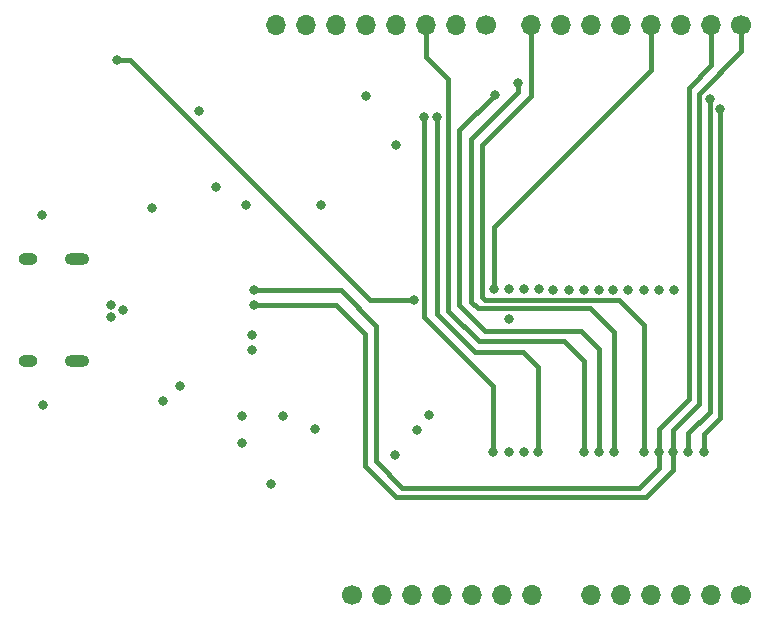
<source format=gbr>
%TF.GenerationSoftware,KiCad,Pcbnew,8.0.5*%
%TF.CreationDate,2024-12-12T18:20:32+01:00*%
%TF.ProjectId,Arduino_ESP,41726475-696e-46f5-9f45-53502e6b6963,rev?*%
%TF.SameCoordinates,Original*%
%TF.FileFunction,Copper,L2,Inr*%
%TF.FilePolarity,Positive*%
%FSLAX46Y46*%
G04 Gerber Fmt 4.6, Leading zero omitted, Abs format (unit mm)*
G04 Created by KiCad (PCBNEW 8.0.5) date 2024-12-12 18:20:32*
%MOMM*%
%LPD*%
G01*
G04 APERTURE LIST*
%TA.AperFunction,ComponentPad*%
%ADD10C,1.700000*%
%TD*%
%TA.AperFunction,ComponentPad*%
%ADD11O,1.700000X1.700000*%
%TD*%
%TA.AperFunction,ComponentPad*%
%ADD12O,2.100000X1.000000*%
%TD*%
%TA.AperFunction,ComponentPad*%
%ADD13O,1.600000X1.000000*%
%TD*%
%TA.AperFunction,ViaPad*%
%ADD14C,0.800000*%
%TD*%
%TA.AperFunction,Conductor*%
%ADD15C,0.400000*%
%TD*%
G04 APERTURE END LIST*
D10*
%TO.N,RX*%
%TO.C,J1*%
X181100000Y-62800000D03*
D11*
%TO.N,TX*%
X178560000Y-62800000D03*
%TO.N,IO4*%
X176020000Y-62800000D03*
%TO.N,IO13*%
X173480000Y-62800000D03*
%TO.N,IO15*%
X170940000Y-62800000D03*
%TO.N,IO18*%
X168400000Y-62800000D03*
%TO.N,IO19*%
X165860000Y-62800000D03*
%TO.N,IO21*%
X163320000Y-62800000D03*
%TD*%
D10*
%TO.N,IO22*%
%TO.C,J2*%
X159500000Y-62800000D03*
D11*
%TO.N,IO23*%
X156960000Y-62800000D03*
%TO.N,IO5*%
X154420000Y-62800000D03*
%TO.N,IO12*%
X151880000Y-62800000D03*
%TO.N,IO14*%
X149340000Y-62800000D03*
%TO.N,IO27*%
X146800000Y-62800000D03*
%TO.N,GND*%
X144260000Y-62800000D03*
%TO.N,+3.3V*%
X141720000Y-62800000D03*
%TD*%
D10*
%TO.N,RESET*%
%TO.C,J4*%
X148160000Y-111100000D03*
D11*
%TO.N,Net-(J4-Pin_2)*%
X150700000Y-111100000D03*
X153240000Y-111100000D03*
%TO.N,+3.3V*%
X155780000Y-111100000D03*
X158320000Y-111100000D03*
%TO.N,GND*%
X160860000Y-111100000D03*
X163400000Y-111100000D03*
%TD*%
D12*
%TO.N,unconnected-(J6-SHIELD-PadS1)_2*%
%TO.C,J6*%
X124865800Y-82630000D03*
D13*
%TO.N,unconnected-(J6-SHIELD-PadS1)_1*%
X120685800Y-82630000D03*
D12*
%TO.N,unconnected-(J6-SHIELD-PadS1)*%
X124865800Y-91270000D03*
D13*
%TO.N,unconnected-(J6-SHIELD-PadS1)_3*%
X120685800Y-91270000D03*
%TD*%
D10*
%TO.N,IO36*%
%TO.C,J3*%
X181100000Y-111100000D03*
D11*
%TO.N,IO39*%
X178560000Y-111100000D03*
%TO.N,IO34*%
X176020000Y-111100000D03*
%TO.N,IO35*%
X173480000Y-111100000D03*
%TO.N,IO32*%
X170940000Y-111100000D03*
%TO.N,IO33*%
X168400000Y-111100000D03*
%TD*%
D14*
%TO.N,GND*%
X139192000Y-78081400D03*
X133604000Y-93370400D03*
X145542000Y-78079600D03*
X154635200Y-95859600D03*
X161391600Y-85191600D03*
X161391600Y-87731600D03*
%TO.N,+3.3V*%
X131165600Y-78333600D03*
X153670000Y-97078800D03*
X141273800Y-101727000D03*
X135156400Y-70075600D03*
X144982200Y-97053400D03*
%TO.N,+5V*%
X136601200Y-76504800D03*
X128778000Y-86969600D03*
X132130800Y-94640400D03*
%TO.N,RESET*%
X142316200Y-95910400D03*
X153365200Y-86106000D03*
X128219200Y-65786000D03*
%TO.N,IO39*%
X174091600Y-85242400D03*
%TO.N,IO36*%
X175361600Y-85242400D03*
%TO.N,IO34*%
X172821600Y-85242400D03*
%TO.N,IO35*%
X171500800Y-85242400D03*
%TO.N,IO32*%
X170230800Y-85242400D03*
%TO.N,IO33*%
X169011600Y-85242400D03*
%TO.N,IO25*%
X167741600Y-85293200D03*
%TO.N,IO26*%
X166471600Y-85293200D03*
%TO.N,IO27*%
X165177000Y-85242400D03*
%TO.N,IO14*%
X163931600Y-85191600D03*
X149340000Y-68834000D03*
%TO.N,IO12*%
X162661600Y-85191600D03*
X151880000Y-72999600D03*
%TO.N,IO13*%
X160121600Y-85191600D03*
%TO.N,IO15*%
X154228800Y-70612000D03*
X160070800Y-98958400D03*
%TO.N,IO2*%
X161391600Y-99009200D03*
%TO.N,IO0*%
X162661600Y-98958400D03*
X151790400Y-99263200D03*
%TO.N,IO4*%
X163880800Y-98958400D03*
X155295600Y-70612000D03*
%TO.N,IO5*%
X167741600Y-98958400D03*
%TO.N,IO18*%
X160223200Y-68732400D03*
X169011600Y-98958400D03*
%TO.N,IO19*%
X170281600Y-98958400D03*
X162204400Y-67716400D03*
%TO.N,IO21*%
X172821600Y-98958400D03*
%TO.N,TX*%
X139852400Y-85293200D03*
X174091600Y-98958400D03*
X121970800Y-94996000D03*
%TO.N,RX*%
X121869200Y-78943200D03*
X139852400Y-86563200D03*
X175310800Y-98958400D03*
%TO.N,IO22*%
X178409600Y-69088000D03*
X176580800Y-98958400D03*
%TO.N,IO23*%
X179273200Y-69951600D03*
X177901600Y-98958400D03*
%TO.N,RTS*%
X138785600Y-98247200D03*
X138785600Y-95961200D03*
%TO.N,D+*%
X127762000Y-87512403D03*
X139649200Y-89103200D03*
%TO.N,D-*%
X127762000Y-86512400D03*
X139649200Y-90373200D03*
%TD*%
D15*
%TO.N,RESET*%
X129336800Y-65786000D02*
X128219200Y-65786000D01*
X153365200Y-86106000D02*
X149656800Y-86106000D01*
X149656800Y-86106000D02*
X129336800Y-65786000D01*
%TO.N,IO13*%
X160121600Y-79959200D02*
X173480000Y-66600800D01*
X173480000Y-66600800D02*
X173480000Y-62800000D01*
X160121600Y-85191600D02*
X160121600Y-79959200D01*
%TO.N,IO15*%
X154228800Y-87579200D02*
X160070800Y-93421200D01*
X154228800Y-70612000D02*
X154228800Y-87579200D01*
X160070800Y-93421200D02*
X160070800Y-98958400D01*
%TO.N,IO4*%
X162610800Y-90525600D02*
X163880800Y-91795600D01*
X155295600Y-87274400D02*
X158546800Y-90525600D01*
X155295600Y-70612000D02*
X155295600Y-87274400D01*
X163880800Y-91795600D02*
X163880800Y-98958400D01*
X158546800Y-90525600D02*
X162610800Y-90525600D01*
%TO.N,IO5*%
X167741600Y-91236800D02*
X166116000Y-89611200D01*
X154420000Y-65570800D02*
X154420000Y-62800000D01*
X166116000Y-89611200D02*
X158851600Y-89611200D01*
X156260800Y-87020400D02*
X156260800Y-67411600D01*
X158851600Y-89611200D02*
X156260800Y-87020400D01*
X167741600Y-98958400D02*
X167741600Y-91236800D01*
X156260800Y-67411600D02*
X154420000Y-65570800D01*
%TO.N,IO18*%
X169011600Y-90220800D02*
X169011600Y-98958400D01*
X167487600Y-88696800D02*
X169011600Y-90220800D01*
X157226000Y-71729600D02*
X157226000Y-86563200D01*
X159359600Y-88696800D02*
X167487600Y-88696800D01*
X160223200Y-68732400D02*
X157226000Y-71729600D01*
X157226000Y-86563200D02*
X159359600Y-88696800D01*
%TO.N,IO19*%
X162204400Y-68529200D02*
X158242000Y-72491600D01*
X158242000Y-72491600D02*
X158242000Y-86258400D01*
X168249600Y-86817200D02*
X170281600Y-88849200D01*
X162204400Y-67716400D02*
X162204400Y-68529200D01*
X158800800Y-86817200D02*
X168249600Y-86817200D01*
X158242000Y-86258400D02*
X158800800Y-86817200D01*
X170281600Y-88849200D02*
X170281600Y-98958400D01*
%TO.N,IO21*%
X170738800Y-86106000D02*
X159410400Y-86106000D01*
X172821600Y-98958400D02*
X172821600Y-88188800D01*
X159410400Y-86106000D02*
X159156400Y-85852000D01*
X172821600Y-88188800D02*
X170738800Y-86106000D01*
X159156400Y-72999600D02*
X163320000Y-68836000D01*
X163320000Y-68836000D02*
X163320000Y-62800000D01*
X159156400Y-85852000D02*
X159156400Y-72999600D01*
%TO.N,TX*%
X174091600Y-97028000D02*
X174091600Y-98958400D01*
X150164800Y-99771200D02*
X150164800Y-88290400D01*
X150164800Y-88290400D02*
X147167600Y-85293200D01*
X147167600Y-85293200D02*
X139852400Y-85293200D01*
X172405600Y-102016000D02*
X152409600Y-102016000D01*
X178560000Y-62800000D02*
X178560000Y-66245200D01*
X176631600Y-94488000D02*
X174091600Y-97028000D01*
X176631600Y-68173600D02*
X176631600Y-94488000D01*
X178560000Y-66245200D02*
X176631600Y-68173600D01*
X174091600Y-100330000D02*
X172405600Y-102016000D01*
X174091600Y-98958400D02*
X174091600Y-100330000D01*
X152409600Y-102016000D02*
X150164800Y-99771200D01*
%TO.N,RX*%
X151841200Y-102768400D02*
X149250400Y-100177600D01*
X177495200Y-68630800D02*
X177495200Y-94894400D01*
X181100000Y-65026000D02*
X177495200Y-68630800D01*
X175310800Y-98958400D02*
X175310800Y-100482400D01*
X146812000Y-86563200D02*
X139852400Y-86563200D01*
X149250400Y-100177600D02*
X149250400Y-89001600D01*
X173024800Y-102768400D02*
X151841200Y-102768400D01*
X175310800Y-97078800D02*
X175310800Y-98958400D01*
X175310800Y-100482400D02*
X173024800Y-102768400D01*
X149250400Y-89001600D02*
X146812000Y-86563200D01*
X177495200Y-94894400D02*
X175310800Y-97078800D01*
X181100000Y-62800000D02*
X181100000Y-65026000D01*
%TO.N,IO22*%
X176580800Y-97383600D02*
X176580800Y-98958400D01*
X178409600Y-95554800D02*
X176580800Y-97383600D01*
X178409600Y-69088000D02*
X178409600Y-95554800D01*
%TO.N,IO23*%
X179273200Y-96113600D02*
X177901600Y-97485200D01*
X177901600Y-97485200D02*
X177901600Y-98958400D01*
X179273200Y-69951600D02*
X179273200Y-96113600D01*
%TD*%
M02*

</source>
